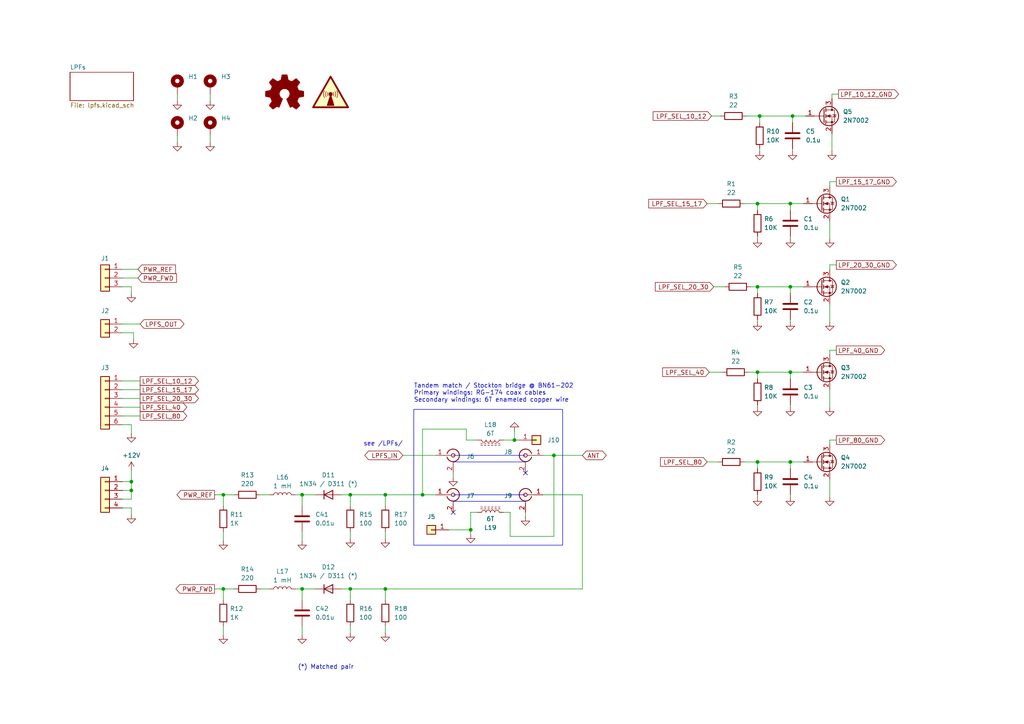
<source format=kicad_sch>
(kicad_sch (version 20230121) (generator eeschema)
  (paper "A4")
  (title_block (title "HBR/MK2 LPF Board") (date "2024-02-03") (rev "1.0"))
  (lib_symbols
    (symbol "Connector:Conn_Coaxial" (pin_names (offset 1.016) hide)
      (property "Reference" "J" (at 0.254 3.048 0))
      (property "Value" "Conn_Coaxial" (at 2.921 0 90))
      (symbol "Conn_Coaxial_0_1"
        (arc (start -1.778 -0.508) (mid 0.2311 -1.8066) (end 1.778 0) (stroke (width 0.254)))
        (polyline (pts (xy -2.54 0) (xy -0.508 0)))
        (polyline (pts (xy 0 -2.54) (xy 0 -1.778)))
        (circle (center 0 0) (radius 0.508) (stroke (width 0.2032)))
        (arc (start 1.778 0) (mid 0.2099 1.8101) (end -1.778 0.508) (stroke (width 0.254)))
      )
      (symbol "Conn_Coaxial_1_1"
        (pin passive line (at -5.08 0 0) (length 2.54) (name "In") (number "1"))
        (pin passive line (at 0 -5.08 90) (length 2.54) (name "Ext") (number "2"))
      )
    )
    (symbol "Connector_Generic:Conn_01x01" (pin_names (offset 1.016) hide)
      (property "Reference" "J" (at 0 2.54 0))
      (property "Value" "Conn_01x01" (at 0 -2.54 0))
      (symbol "Conn_01x01_1_1"
        (rectangle (start -1.27 0.127) (end 0 -0.127) (stroke (width 0.1524)))
        (rectangle (start -1.27 1.27) (end 1.27 -1.27) (stroke (width 0.254)) (fill (type background)))
        (pin passive line (at -5.08 0 0) (length 3.81) (name "Pin_1") (number "1"))
      )
    )
    (symbol "Connector_Generic:Conn_01x02" (pin_names (offset 1.016) hide)
      (property "Reference" "J" (at 0 2.54 0))
      (property "Value" "Conn_01x02" (at 0 -5.08 0))
      (symbol "Conn_01x02_1_1"
        (rectangle (start -1.27 -2.413) (end 0 -2.667) (stroke (width 0.1524)))
        (rectangle (start -1.27 0.127) (end 0 -0.127) (stroke (width 0.1524)))
        (rectangle (start -1.27 1.27) (end 1.27 -3.81) (stroke (width 0.254)) (fill (type background)))
        (pin passive line (at -5.08 0 0) (length 3.81) (name "Pin_1") (number "1"))
        (pin passive line (at -5.08 -2.54 0) (length 3.81) (name "Pin_2") (number "2"))
      )
    )
    (symbol "Connector_Generic:Conn_01x03" (pin_names (offset 1.016) hide)
      (property "Reference" "J" (at 0 5.08 0))
      (property "Value" "Conn_01x03" (at 0 -5.08 0))
      (symbol "Conn_01x03_1_1"
        (rectangle (start -1.27 -2.413) (end 0 -2.667) (stroke (width 0.1524)))
        (rectangle (start -1.27 0.127) (end 0 -0.127) (stroke (width 0.1524)))
        (rectangle (start -1.27 2.667) (end 0 2.413) (stroke (width 0.1524)))
        (rectangle (start -1.27 3.81) (end 1.27 -3.81) (stroke (width 0.254)) (fill (type background)))
        (pin passive line (at -5.08 2.54 0) (length 3.81) (name "Pin_1") (number "1"))
        (pin passive line (at -5.08 0 0) (length 3.81) (name "Pin_2") (number "2"))
        (pin passive line (at -5.08 -2.54 0) (length 3.81) (name "Pin_3") (number "3"))
      )
    )
    (symbol "Connector_Generic:Conn_01x04" (pin_names (offset 1.016) hide)
      (property "Reference" "J" (at 0 5.08 0))
      (property "Value" "Conn_01x04" (at 0 -7.62 0))
      (symbol "Conn_01x04_1_1"
        (rectangle (start -1.27 -4.953) (end 0 -5.207) (stroke (width 0.1524)))
        (rectangle (start -1.27 -2.413) (end 0 -2.667) (stroke (width 0.1524)))
        (rectangle (start -1.27 0.127) (end 0 -0.127) (stroke (width 0.1524)))
        (rectangle (start -1.27 2.667) (end 0 2.413) (stroke (width 0.1524)))
        (rectangle (start -1.27 3.81) (end 1.27 -6.35) (stroke (width 0.254)) (fill (type background)))
        (pin passive line (at -5.08 2.54 0) (length 3.81) (name "Pin_1") (number "1"))
        (pin passive line (at -5.08 0 0) (length 3.81) (name "Pin_2") (number "2"))
        (pin passive line (at -5.08 -2.54 0) (length 3.81) (name "Pin_3") (number "3"))
        (pin passive line (at -5.08 -5.08 0) (length 3.81) (name "Pin_4") (number "4"))
      )
    )
    (symbol "Connector_Generic:Conn_01x06" (pin_names (offset 1.016) hide)
      (property "Reference" "J" (at 0 7.62 0))
      (property "Value" "Conn_01x06" (at 0 -10.16 0))
      (symbol "Conn_01x06_1_1"
        (rectangle (start -1.27 -7.493) (end 0 -7.747) (stroke (width 0.1524)))
        (rectangle (start -1.27 -4.953) (end 0 -5.207) (stroke (width 0.1524)))
        (rectangle (start -1.27 -2.413) (end 0 -2.667) (stroke (width 0.1524)))
        (rectangle (start -1.27 0.127) (end 0 -0.127) (stroke (width 0.1524)))
        (rectangle (start -1.27 2.667) (end 0 2.413) (stroke (width 0.1524)))
        (rectangle (start -1.27 5.207) (end 0 4.953) (stroke (width 0.1524)))
        (rectangle (start -1.27 6.35) (end 1.27 -8.89) (stroke (width 0.254)) (fill (type background)))
        (pin passive line (at -5.08 5.08 0) (length 3.81) (name "Pin_1") (number "1"))
        (pin passive line (at -5.08 2.54 0) (length 3.81) (name "Pin_2") (number "2"))
        (pin passive line (at -5.08 0 0) (length 3.81) (name "Pin_3") (number "3"))
        (pin passive line (at -5.08 -2.54 0) (length 3.81) (name "Pin_4") (number "4"))
        (pin passive line (at -5.08 -5.08 0) (length 3.81) (name "Pin_5") (number "5"))
        (pin passive line (at -5.08 -7.62 0) (length 3.81) (name "Pin_6") (number "6"))
      )
    )
    (symbol "Device:C" (pin_numbers hide) (pin_names (offset 0.254))
      (property "Reference" "C" (at 0.635 2.54 0))
      (property "Value" "C" (at 0.635 -2.54 0))
      (symbol "C_0_1"
        (polyline (pts (xy -2.032 -0.762) (xy 2.032 -0.762)) (stroke (width 0.508)))
        (polyline (pts (xy -2.032 0.762) (xy 2.032 0.762)) (stroke (width 0.508)))
      )
      (symbol "C_1_1"
        (pin passive line (at 0 3.81 270) (length 2.794) (name "~") (number "1"))
        (pin passive line (at 0 -3.81 90) (length 2.794) (name "~") (number "2"))
      )
    )
    (symbol "Device:D" (pin_numbers hide) (pin_names (offset 1.016) hide)
      (property "Reference" "D" (at 0 2.54 0))
      (property "Value" "D" (at 0 -2.54 0))
      (symbol "D_0_1"
        (polyline (pts (xy -1.27 1.27) (xy -1.27 -1.27)) (stroke (width 0.254)))
        (polyline (pts (xy 1.27 0) (xy -1.27 0)))
        (polyline (pts (xy 1.27 1.27) (xy 1.27 -1.27) (xy -1.27 0) (xy 1.27 1.27)) (stroke (width 0.254)))
      )
      (symbol "D_1_1"
        (pin passive line (at -3.81 0 0) (length 2.54) (name "K") (number "1"))
        (pin passive line (at 3.81 0 180) (length 2.54) (name "A") (number "2"))
      )
    )
    (symbol "Device:L" (pin_numbers hide) (pin_names (offset 1.016) hide)
      (property "Reference" "L" (at -1.27 0 90))
      (property "Value" "L" (at 1.905 0 90))
      (symbol "L_0_1"
        (arc (start 0 -2.54) (mid 0.6323 -1.905) (end 0 -1.27))
        (arc (start 0 -1.27) (mid 0.6323 -0.635) (end 0 0))
        (arc (start 0 0) (mid 0.6323 0.635) (end 0 1.27))
        (arc (start 0 1.27) (mid 0.6323 1.905) (end 0 2.54))
      )
      (symbol "L_1_1"
        (pin passive line (at 0 3.81 270) (length 1.27) (name "1") (number "1"))
        (pin passive line (at 0 -3.81 90) (length 1.27) (name "2") (number "2"))
      )
    )
    (symbol "Device:L_Ferrite" (pin_numbers hide) (pin_names (offset 1.016) hide)
      (property "Reference" "L" (at -1.27 0 90))
      (property "Value" "L_Ferrite" (at 2.794 0 90))
      (symbol "L_Ferrite_0_1"
        (arc (start 0 -2.54) (mid 0.6323 -1.905) (end 0 -1.27))
        (arc (start 0 -1.27) (mid 0.6323 -0.635) (end 0 0))
        (polyline (pts (xy 1.016 -2.794) (xy 1.016 -2.286)))
        (polyline (pts (xy 1.016 -1.778) (xy 1.016 -1.27)))
        (polyline (pts (xy 1.016 -0.762) (xy 1.016 -0.254)))
        (polyline (pts (xy 1.016 0.254) (xy 1.016 0.762)))
        (polyline (pts (xy 1.016 1.27) (xy 1.016 1.778)))
        (polyline (pts (xy 1.016 2.286) (xy 1.016 2.794)))
        (polyline (pts (xy 1.524 -2.286) (xy 1.524 -2.794)))
        (polyline (pts (xy 1.524 -1.27) (xy 1.524 -1.778)))
        (polyline (pts (xy 1.524 -0.254) (xy 1.524 -0.762)))
        (polyline (pts (xy 1.524 0.762) (xy 1.524 0.254)))
        (polyline (pts (xy 1.524 1.778) (xy 1.524 1.27)))
        (polyline (pts (xy 1.524 2.794) (xy 1.524 2.286)))
        (arc (start 0 0) (mid 0.6323 0.635) (end 0 1.27))
        (arc (start 0 1.27) (mid 0.6323 1.905) (end 0 2.54))
      )
      (symbol "L_Ferrite_1_1"
        (pin passive line (at 0 3.81 270) (length 1.27) (name "1") (number "1"))
        (pin passive line (at 0 -3.81 90) (length 1.27) (name "2") (number "2"))
      )
    )
    (symbol "Device:R" (pin_numbers hide) (pin_names (offset 0))
      (property "Reference" "R" (at 2.032 0 90))
      (property "Value" "R" (at 0 0 90))
      (symbol "R_0_1"
        (rectangle (start -1.016 -2.54) (end 1.016 2.54) (stroke (width 0.254)))
      )
      (symbol "R_1_1"
        (pin passive line (at 0 3.81 270) (length 1.27) (name "~") (number "1"))
        (pin passive line (at 0 -3.81 90) (length 1.27) (name "~") (number "2"))
      )
    )
    (symbol "Graphic:Logo_Open_Hardware_Small" (in_bom no) (on_board no)
      (symbol "Logo_Open_Hardware_Small_0_1"
        (polyline (pts (xy 3.3528 -4.3434) (xy 3.302 -4.318) (xy 3.175 -4.2418) (xy 2.9972 -4.1148) (xy 2.7686 -3.9624) (xy 2.54 -3.81) (xy 2.3622 -3.7084) (xy 2.2352 -3.6068) (xy 2.1844 -3.5814) (xy 2.159 -3.6068) (xy 2.0574 -3.6576) (xy 1.905 -3.7338) (xy 1.8034 -3.7846) (xy 1.6764 -3.8354) (xy 1.6002 -3.8354) (xy 1.6002 -3.8354) (xy 1.5494 -3.7338) (xy 1.4732 -3.5306) (xy 1.3462 -3.302) (xy 1.2446 -3.0226) (xy 1.1176 -2.7178) (xy 0.9652 -2.413) (xy 0.8636 -2.1082) (xy 0.7366 -1.8288) (xy 0.6604 -1.6256) (xy 0.6096 -1.4732) (xy 0.5842 -1.397) (xy 0.5842 -1.397) (xy 0.6604 -1.3208) (xy 0.7874 -1.2446) (xy 1.0414 -1.016) (xy 1.2954 -0.6858) (xy 1.4478 -0.3302) (xy 1.524 0.0762) (xy 1.4732 0.4572) (xy 1.3208 0.8128) (xy 1.0668 1.143) (xy 0.762 1.3716) (xy 0.4064 1.524) (xy 0 1.5748) (xy -0.381 1.5494) (xy -0.7366 1.397) (xy -1.0668 1.143) (xy -1.2192 0.9906) (xy -1.397 0.6604) (xy -1.524 0.3048) (xy -1.524 0.2286) (xy -1.4986 -0.1778) (xy -1.397 -0.5334) (xy -1.1938 -0.8636) (xy -0.9144 -1.143) (xy -0.8636 -1.1684) (xy -0.7366 -1.27) (xy -0.635 -1.3462) (xy -0.5842 -1.397) (xy -1.0668 -2.5908) (xy -1.143 -2.794) (xy -1.2954 -3.1242) (xy -1.397 -3.4036) (xy -1.4986 -3.6322) (xy -1.5748 -3.7846) (xy -1.6002 -3.8354) (xy -1.6002 -3.8354) (xy -1.651 -3.8354) (xy -1.7272 -3.81) (xy -1.905 -3.7338) (xy -2.0066 -3.683) (xy -2.1336 -3.6068) (xy -2.2098 -3.5814) (xy -2.2606 -3.6068) (xy -2.3622 -3.683) (xy -2.54 -3.81) (xy -2.7686 -3.9624) (xy -2.9718 -4.0894) (xy -3.1496 -4.2164) (xy -3.302 -4.318) (xy -3.3528 -4.3434) (xy -3.3782 -4.3434) (xy -3.429 -4.318) (xy -3.5306 -4.2164) (xy -3.7084 -4.064) (xy -3.937 -3.8354) (xy -3.9624 -3.81) (xy -4.1656 -3.6068) (xy -4.318 -3.4544) (xy -4.4196 -3.3274) (xy -4.445 -3.2766) (xy -4.445 -3.2766) (xy -4.4196 -3.2258) (xy -4.318 -3.0734) (xy -4.2164 -2.8956) (xy -4.064 -2.667) (xy -3.6576 -2.0828) (xy -3.8862 -1.5494) (xy -3.937 -1.3716) (xy -4.0386 -1.1684) (xy -4.0894 -1.0414) (xy -4.1148 -0.9652) (xy -4.191 -0.9398) (xy -4.318 -0.9144) (xy -4.5466 -0.8636) (xy -4.8006 -0.8128) (xy -5.0546 -0.7874) (xy -5.2578 -0.7366) (xy -5.4356 -0.7112) (xy -5.5118 -0.6858) (xy -5.5118 -0.6858) (xy -5.5372 -0.635) (xy -5.5372 -0.5588) (xy -5.5372 -0.4318) (xy -5.5626 -0.2286) (xy -5.5626 0.0762) (xy -5.5626 0.127) (xy -5.5372 0.4064) (xy -5.5372 0.635) (xy -5.5372 0.762) (xy -5.5372 0.8382) (xy -5.5372 0.8382) (xy -5.461 0.8382) (xy -5.3086 0.889) (xy -5.08 0.9144) (xy -4.826 0.9652) (xy -4.8006 0.9906) (xy -4.5466 1.0414) (xy -4.318 1.0668) (xy -4.1656 1.1176) (xy -4.0894 1.143) (xy -4.0894 1.143) (xy -4.0386 1.2446) (xy -3.9624 1.4224) (xy -3.8608 1.6256) (xy -3.7846 1.8288) (xy -3.7084 2.0066) (xy -3.6576 2.159) (xy -3.6322 2.2098) (xy -3.6322 2.2098) (xy -3.683 2.286) (xy -3.7592 2.413) (xy -3.8862 2.5908) (xy -4.064 2.8194) (xy -4.064 2.8448) (xy -4.2164 3.0734) (xy -4.3434 3.2512) (xy -4.4196 3.3782) (xy -4.445 3.4544) (xy -4.445 3.4544) (xy -4.3942 3.5052) (xy -4.2926 3.6322) (xy -4.1148 3.81) (xy -3.937 4.0132) (xy -3.8608 4.064) (xy -3.6576 4.2926) (xy -3.5052 4.4196) (xy -3.4036 4.4958) (xy -3.3528 4.5212) (xy -3.3528 4.5212) (xy -3.302 4.4704) (xy -3.1496 4.3688) (xy -2.9718 4.2418) (xy -2.7432 4.0894) (xy -2.7178 4.0894) (xy -2.4892 3.937) (xy -2.3114 3.81) (xy -2.1844 3.7084) (xy -2.1336 3.683) (xy -2.1082 3.683) (xy -2.032 3.7084) (xy -1.8542 3.7592) (xy -1.6764 3.8354) (xy -1.4732 3.937) (xy -1.27 4.0132) (xy -1.143 4.064) (xy -1.0668 4.1148) (xy -1.0668 4.1148) (xy -1.0414 4.191) (xy -1.016 4.3434) (xy -0.9652 4.572) (xy -0.9144 4.8514) (xy -0.889 4.9022) (xy -0.8382 5.1562) (xy -0.8128 5.3848) (xy -0.7874 5.5372) (xy -0.762 5.588) (xy -0.7112 5.6134) (xy -0.5842 5.6134) (xy -0.4064 5.6134) (xy -0.1524 5.6134) (xy 0.0762 5.6134) (xy 0.3302 5.6134) (xy 0.5334 5.6134) (xy 0.6858 5.588) (xy 0.7366 5.588) (xy 0.7366 5.588) (xy 0.762 5.5118) (xy 0.8128 5.334) (xy 0.8382 5.1054) (xy 0.9144 4.826) (xy 0.9144 4.7752) (xy 0.9652 4.5212) (xy 1.016 4.2926) (xy 1.0414 4.1402) (xy 1.0668 4.0894) (xy 1.0668 4.0894) (xy 1.1938 4.0386) (xy 1.3716 3.9624) (xy 1.5748 3.8608) (xy 2.0828 3.6576) (xy 2.7178 4.0894) (xy 2.7686 4.1402) (xy 2.9972 4.2926) (xy 3.175 4.4196) (xy 3.302 4.4958) (xy 3.3782 4.5212) (xy 3.3782 4.5212) (xy 3.429 4.4704) (xy 3.556 4.3434) (xy 3.7338 4.191) (xy 3.9116 3.9878) (xy 4.064 3.8354) (xy 4.2418 3.6576) (xy 4.3434 3.556) (xy 4.4196 3.4798) (xy 4.4196 3.429) (xy 4.4196 3.4036) (xy 4.3942 3.3274) (xy 4.2926 3.2004) (xy 4.1656 2.9972) (xy 4.0132 2.794) (xy 3.8862 2.5908) (xy 3.7592 2.3876) (xy 3.6576 2.2352) (xy 3.6322 2.159) (xy 3.6322 2.1336) (xy 3.683 2.0066) (xy 3.7592 1.8288) (xy 3.8608 1.6002) (xy 4.064 1.1176) (xy 4.3942 1.0414) (xy 4.5974 1.016) (xy 4.8768 0.9652) (xy 5.1308 0.9144) (xy 5.5372 0.8382) (xy 5.5626 -0.6604) (xy 5.4864 -0.6858) (xy 5.4356 -0.6858) (xy 5.2832 -0.7366) (xy 5.0546 -0.762) (xy 4.8006 -0.8128) (xy 4.5974 -0.8636) (xy 4.3688 -0.9144) (xy 4.2164 -0.9398) (xy 4.1402 -0.9398) (xy 4.1148 -0.9652) (xy 4.064 -1.0668) (xy 3.9878 -1.2446) (xy 3.9116 -1.4478) (xy 3.81 -1.651) (xy 3.7338 -1.8542) (xy 3.683 -2.0066) (xy 3.6576 -2.0828) (xy 3.683 -2.1336) (xy 3.7846 -2.2606) (xy 3.8862 -2.4638) (xy 4.0386 -2.667) (xy 4.191 -2.8956) (xy 4.318 -3.0734) (xy 4.3942 -3.2004) (xy 4.445 -3.2766) (xy 4.4196 -3.3274) (xy 4.3434 -3.429) (xy 4.1656 -3.5814) (xy 3.937 -3.8354) (xy 3.8862 -3.8608) (xy 3.683 -4.064) (xy 3.5306 -4.2164) (xy 3.4036 -4.318) (xy 3.3528 -4.3434)) (fill (type outline)))
      )
    )
    (symbol "Graphic:SYM_Radio_Waves_Large" (in_bom no) (on_board no)
      (symbol "SYM_Radio_Waves_Large_0_1"
        (arc (start -1.778 -0.254) (mid -2.0478 -1.27) (end -1.778 -2.286))
        (arc (start -1.27 -0.508) (mid -1.4811 -1.27) (end -1.27 -2.032))
        (arc (start -0.762 -0.762) (mid -0.9158 -1.27) (end -0.762 -1.778))
        (circle (center 0 -1.27) (radius 0.508) (fill (type outline)))
        (polyline (pts (xy -5.08 -5.08) (xy 5.08 -5.08) (xy 0 3.81) (xy -5.08 -5.08)) (stroke (width 0.508)) (fill (type background)))
        (polyline (pts (xy -1.016 -4.572) (xy 1.016 -4.572) (xy 0 -1.27) (xy -1.016 -4.572)) (fill (type outline)))
        (arc (start 0.762 -1.778) (mid 0.9158 -1.27) (end 0.762 -0.762))
        (arc (start 1.27 -2.032) (mid 1.4811 -1.27) (end 1.27 -0.508))
        (arc (start 1.778 -2.286) (mid 2.0478 -1.27) (end 1.778 -0.254))
      )
    )
    (symbol "Mechanical:MountingHole_Pad" (pin_numbers hide) (pin_names (offset 1.016) hide)
      (property "Reference" "H" (at 0 6.35 0))
      (property "Value" "MountingHole_Pad" (at 0 4.445 0))
      (symbol "MountingHole_Pad_0_1"
        (circle (center 0 1.27) (radius 1.27) (stroke (width 1.27)))
      )
      (symbol "MountingHole_Pad_1_1"
        (pin input line (at 0 -2.54 90) (length 2.54) (name "1") (number "1"))
      )
    )
    (symbol "Transistor_FET:2N7002" (pin_names hide)
      (property "Reference" "Q" (at 5.08 1.905 0))
      (property "Value" "2N7002" (at 5.08 0 0))
      (symbol "2N7002_0_1"
        (polyline (pts (xy 0.254 0) (xy -2.54 0)))
        (polyline (pts (xy 0.254 1.905) (xy 0.254 -1.905)) (stroke (width 0.254)))
        (polyline (pts (xy 0.762 -1.27) (xy 0.762 -2.286)) (stroke (width 0.254)))
        (polyline (pts (xy 0.762 0.508) (xy 0.762 -0.508)) (stroke (width 0.254)))
        (polyline (pts (xy 0.762 2.286) (xy 0.762 1.27)) (stroke (width 0.254)))
        (polyline (pts (xy 2.54 2.54) (xy 2.54 1.778)))
        (polyline (pts (xy 2.54 -2.54) (xy 2.54 0) (xy 0.762 0)))
        (polyline (pts (xy 0.762 -1.778) (xy 3.302 -1.778) (xy 3.302 1.778) (xy 0.762 1.778)))
        (polyline (pts (xy 1.016 0) (xy 2.032 0.381) (xy 2.032 -0.381) (xy 1.016 0)) (fill (type outline)))
        (polyline (pts (xy 2.794 0.508) (xy 2.921 0.381) (xy 3.683 0.381) (xy 3.81 0.254)))
        (polyline (pts (xy 3.302 0.381) (xy 2.921 -0.254) (xy 3.683 -0.254) (xy 3.302 0.381)))
        (circle (center 1.651 0) (radius 2.794) (stroke (width 0.254)))
        (circle (center 2.54 -1.778) (radius 0.254) (fill (type outline)))
        (circle (center 2.54 1.778) (radius 0.254) (fill (type outline)))
      )
      (symbol "2N7002_1_1"
        (pin input line (at -5.08 0 0) (length 2.54) (name "G") (number "1"))
        (pin passive line (at 2.54 -5.08 90) (length 2.54) (name "S") (number "2"))
        (pin passive line (at 2.54 5.08 270) (length 2.54) (name "D") (number "3"))
      )
    )
    (symbol "power:+12V" (power) (pin_names (offset 0))
      (property "Value" "+12V" (at 0 3.556 0))
      (symbol "+12V_0_1"
        (polyline (pts (xy -0.762 1.27) (xy 0 2.54)))
        (polyline (pts (xy 0 0) (xy 0 2.54)))
        (polyline (pts (xy 0 2.54) (xy 0.762 1.27)))
      )
      (symbol "+12V_1_1"
        (pin power_in line (at 0 0 90) (length 0) hide (name "+12V") (number "1"))
      )
    )
    (symbol "power:GND" (power) (pin_names (offset 0))
      (property "Value" "GND" (at 0 -3.81 0))
      (symbol "GND_0_1"
        (polyline (pts (xy 0 0) (xy 0 -1.27) (xy 1.27 -1.27) (xy 0 -2.54) (xy -1.27 -1.27) (xy 0 -1.27)))
      )
      (symbol "GND_1_1"
        (pin power_in line (at 0 0 270) (length 0) hide (name "GND") (number "1"))
      )
    )
  )
  (junction (at 111.76 170.815))
  (junction (at 229.235 83.185))
  (junction (at 38.1 139.7))
  (junction (at 219.71 59.055))
  (junction (at 229.235 133.985))
  (junction (at 229.235 107.95))
  (junction (at 87.63 170.815))
  (junction (at 38.1 142.24))
  (junction (at 219.71 83.185))
  (junction (at 87.63 143.51))
  (junction (at 229.235 59.055))
  (junction (at 101.6 170.815))
  (junction (at 160.655 132.08))
  (junction (at 122.555 143.51))
  (junction (at 219.71 107.95))
  (junction (at 64.77 143.51))
  (junction (at 101.6 143.51))
  (junction (at 64.77 170.815))
  (junction (at 149.225 127.635))
  (junction (at 229.87 33.655))
  (junction (at 219.71 133.985))
  (junction (at 111.76 143.51))
  (junction (at 136.525 153.67))
  (junction (at 220.345 33.655))
  (no_connect (at 131.445 148.59))
  (no_connect (at 152.4 137.16))
  (wire (pts (xy 146.05 127.635) (xy 149.225 127.635)))
  (wire (pts (xy 136.525 148.59) (xy 138.43 148.59)))
  (wire (pts (xy 229.235 143.51) (xy 229.235 144.145)))
  (wire (pts (xy 160.655 132.08) (xy 157.48 132.08)))
  (wire (pts (xy 240.665 113.03) (xy 240.665 118.11)))
  (wire (pts (xy 205.74 107.95) (xy 209.55 107.95)))
  (wire (pts (xy 35.56 80.645) (xy 40.005 80.645)))
  (wire (pts (xy 101.6 181.61) (xy 101.6 183.515)))
  (wire (pts (xy 217.17 107.95) (xy 219.71 107.95)))
  (wire (pts (xy 99.06 170.815) (xy 101.6 170.815)))
  (wire (pts (xy 229.235 59.055) (xy 229.235 60.96)))
  (wire (pts (xy 38.1 139.7) (xy 38.1 142.24)))
  (wire (pts (xy 111.76 143.51) (xy 122.555 143.51)))
  (wire (pts (xy 87.63 154.305) (xy 87.63 156.845)))
  (wire (pts (xy 229.87 33.655) (xy 233.68 33.655)))
  (wire (pts (xy 157.48 143.51) (xy 168.91 143.51)))
  (wire (pts (xy 240.665 128.905) (xy 240.665 127.635)))
  (wire (pts (xy 60.96 39.37) (xy 60.96 41.275)))
  (wire (pts (xy 64.77 170.815) (xy 67.945 170.815)))
  (wire (pts (xy 219.71 83.185) (xy 219.71 85.09)))
  (wire (pts (xy 64.77 146.685) (xy 64.77 143.51)))
  (wire (pts (xy 219.71 83.185) (xy 229.235 83.185)))
  (wire (pts (xy 219.71 107.95) (xy 219.71 109.855)))
  (wire (pts (xy 229.235 83.185) (xy 229.235 85.09)))
  (wire (pts (xy 229.235 59.055) (xy 233.045 59.055)))
  (wire (pts (xy 35.56 78.105) (xy 40.005 78.105)))
  (wire (pts (xy 229.87 43.18) (xy 229.87 43.815)))
  (wire (pts (xy 122.555 143.51) (xy 126.365 143.51)))
  (wire (pts (xy 38.1 142.24) (xy 38.1 144.78)))
  (wire (pts (xy 64.77 154.305) (xy 64.77 156.845)))
  (wire (pts (xy 229.87 33.655) (xy 229.87 35.56)))
  (wire (pts (xy 38.1 144.78) (xy 35.56 144.78)))
  (wire (pts (xy 220.345 33.655) (xy 220.345 35.56)))
  (wire (pts (xy 146.05 148.59) (xy 147.955 148.59)))
  (wire (pts (xy 64.77 173.99) (xy 64.77 170.815)))
  (wire (pts (xy 149.225 127.635) (xy 150.495 127.635)))
  (wire (pts (xy 87.63 173.99) (xy 87.63 170.815)))
  (wire (pts (xy 219.71 117.475) (xy 219.71 118.11)))
  (wire (pts (xy 111.76 181.61) (xy 111.76 183.515)))
  (wire (pts (xy 160.655 155.575) (xy 160.655 132.08)))
  (wire (pts (xy 35.56 139.7) (xy 38.1 139.7)))
  (wire (pts (xy 241.3 28.575) (xy 241.3 27.305)))
  (wire (pts (xy 99.06 143.51) (xy 101.6 143.51)))
  (wire (pts (xy 101.6 154.305) (xy 101.6 156.21)))
  (wire (pts (xy 75.565 170.815) (xy 78.105 170.815)))
  (wire (pts (xy 111.76 170.815) (xy 111.76 173.99)))
  (wire (pts (xy 87.63 170.815) (xy 91.44 170.815)))
  (wire (pts (xy 219.71 59.055) (xy 219.71 60.96)))
  (wire (pts (xy 205.105 133.985) (xy 208.28 133.985)))
  (wire (pts (xy 135.255 124.46) (xy 122.555 124.46)))
  (wire (pts (xy 229.235 107.95) (xy 229.235 109.855)))
  (wire (pts (xy 85.725 170.815) (xy 87.63 170.815)))
  (wire (pts (xy 138.43 127.635) (xy 135.255 127.635)))
  (wire (pts (xy 240.665 101.6) (xy 242.57 101.6)))
  (wire (pts (xy 217.805 83.185) (xy 219.71 83.185)))
  (wire (pts (xy 229.235 133.985) (xy 229.235 135.89)))
  (wire (pts (xy 35.56 113.03) (xy 40.64 113.03)))
  (polyline (pts (xy 131.445 133.985) (xy 152.4 133.985)))
  (wire (pts (xy 38.1 85.09) (xy 38.1 83.185)))
  (wire (pts (xy 64.77 181.61) (xy 64.77 184.15)))
  (wire (pts (xy 87.63 143.51) (xy 91.44 143.51)))
  (wire (pts (xy 51.435 39.37) (xy 51.435 41.275)))
  (wire (pts (xy 240.665 53.975) (xy 240.665 52.705)))
  (wire (pts (xy 241.3 38.735) (xy 241.3 43.815)))
  (wire (pts (xy 38.1 149.225) (xy 38.1 147.32)))
  (wire (pts (xy 51.435 27.305) (xy 51.435 29.21)))
  (wire (pts (xy 229.235 68.58) (xy 229.235 69.215)))
  (wire (pts (xy 240.665 88.265) (xy 240.665 93.345)))
  (wire (pts (xy 85.725 143.51) (xy 87.63 143.51)))
  (wire (pts (xy 101.6 146.685) (xy 101.6 143.51)))
  (wire (pts (xy 136.525 154.94) (xy 136.525 153.67)))
  (wire (pts (xy 87.63 146.685) (xy 87.63 143.51)))
  (wire (pts (xy 160.655 132.08) (xy 168.91 132.08)))
  (wire (pts (xy 38.735 98.425) (xy 38.735 96.52)))
  (wire (pts (xy 219.71 92.71) (xy 219.71 93.345)))
  (wire (pts (xy 87.63 181.61) (xy 87.63 184.15)))
  (wire (pts (xy 38.1 123.19) (xy 35.56 123.19)))
  (wire (pts (xy 168.91 143.51) (xy 168.91 170.815)))
  (wire (pts (xy 147.955 148.59) (xy 147.955 155.575)))
  (wire (pts (xy 240.665 76.835) (xy 242.57 76.835)))
  (wire (pts (xy 229.235 92.71) (xy 229.235 93.345)))
  (wire (pts (xy 240.665 139.065) (xy 240.665 144.145)))
  (wire (pts (xy 219.71 143.51) (xy 219.71 144.145)))
  (wire (pts (xy 240.665 52.705) (xy 242.57 52.705)))
  (wire (pts (xy 35.56 118.11) (xy 40.64 118.11)))
  (wire (pts (xy 241.3 27.305) (xy 243.205 27.305)))
  (wire (pts (xy 35.56 115.57) (xy 40.64 115.57)))
  (wire (pts (xy 220.345 43.18) (xy 220.345 43.815)))
  (wire (pts (xy 215.9 59.055) (xy 219.71 59.055)))
  (wire (pts (xy 101.6 143.51) (xy 111.76 143.51)))
  (wire (pts (xy 130.175 153.67) (xy 136.525 153.67)))
  (wire (pts (xy 220.345 33.655) (xy 229.87 33.655)))
  (wire (pts (xy 136.525 153.67) (xy 136.525 148.59)))
  (wire (pts (xy 62.23 143.51) (xy 64.77 143.51)))
  (wire (pts (xy 60.96 27.305) (xy 60.96 29.21)))
  (wire (pts (xy 131.445 137.16) (xy 131.445 138.43)))
  (wire (pts (xy 229.235 83.185) (xy 233.045 83.185)))
  (wire (pts (xy 135.255 127.635) (xy 135.255 124.46)))
  (wire (pts (xy 35.56 93.98) (xy 40.64 93.98)))
  (wire (pts (xy 219.71 133.985) (xy 219.71 135.89)))
  (wire (pts (xy 111.76 170.815) (xy 168.91 170.815)))
  (wire (pts (xy 38.1 83.185) (xy 35.56 83.185)))
  (wire (pts (xy 75.565 143.51) (xy 78.105 143.51)))
  (wire (pts (xy 219.71 107.95) (xy 229.235 107.95)))
  (polyline (pts (xy 131.445 132.08) (xy 152.4 132.08)))
  (wire (pts (xy 101.6 173.99) (xy 101.6 170.815)))
  (wire (pts (xy 38.735 96.52) (xy 35.56 96.52)))
  (wire (pts (xy 240.665 127.635) (xy 242.57 127.635)))
  (wire (pts (xy 38.1 136.525) (xy 38.1 139.7)))
  (wire (pts (xy 116.84 132.08) (xy 126.365 132.08)))
  (wire (pts (xy 215.9 133.985) (xy 219.71 133.985)))
  (wire (pts (xy 205.105 59.055) (xy 208.28 59.055)))
  (wire (pts (xy 35.56 142.24) (xy 38.1 142.24)))
  (wire (pts (xy 206.375 33.655) (xy 208.915 33.655)))
  (wire (pts (xy 216.535 33.655) (xy 220.345 33.655)))
  (polyline (pts (xy 131.445 143.51) (xy 152.4 143.51)))
  (wire (pts (xy 35.56 110.49) (xy 40.64 110.49)))
  (wire (pts (xy 62.23 170.815) (xy 64.77 170.815)))
  (wire (pts (xy 152.4 148.59) (xy 152.4 149.86)))
  (wire (pts (xy 207.01 83.185) (xy 210.185 83.185)))
  (wire (pts (xy 229.235 117.475) (xy 229.235 118.11)))
  (wire (pts (xy 229.235 107.95) (xy 233.045 107.95)))
  (wire (pts (xy 219.71 68.58) (xy 219.71 69.215)))
  (wire (pts (xy 240.665 102.87) (xy 240.665 101.6)))
  (wire (pts (xy 111.76 154.305) (xy 111.76 156.21)))
  (wire (pts (xy 219.71 133.985) (xy 229.235 133.985)))
  (wire (pts (xy 149.225 125.095) (xy 149.225 127.635)))
  (wire (pts (xy 219.71 59.055) (xy 229.235 59.055)))
  (polyline (pts (xy 131.445 145.415) (xy 152.4 145.415)))
  (wire (pts (xy 111.76 143.51) (xy 111.76 146.685)))
  (wire (pts (xy 35.56 120.65) (xy 40.64 120.65)))
  (wire (pts (xy 147.955 155.575) (xy 160.655 155.575)))
  (wire (pts (xy 240.665 64.135) (xy 240.665 69.215)))
  (wire (pts (xy 38.1 147.32) (xy 35.56 147.32)))
  (wire (pts (xy 38.1 125.73) (xy 38.1 123.19)))
  (wire (pts (xy 229.235 133.985) (xy 233.045 133.985)))
  (wire (pts (xy 101.6 170.815) (xy 111.76 170.815)))
  (wire (pts (xy 64.77 143.51) (xy 67.945 143.51)))
  (wire (pts (xy 122.555 124.46) (xy 122.555 143.51)))
  (wire (pts (xy 240.665 78.105) (xy 240.665 76.835)))
  (rectangle (start 120.015 118.745) (end 163.195 158.115))
  (text "see /LPFs/" (at 105.41 129.54 0) (effects (font (size 1.27 1.27)) (justify left bottom)))
  (text "Tandem match / Stockton bridge @ BN61-202\nPrimary windings: RG-174 coax cables\nSecondary windings: 6T enameled copper wire" (at 120.015 116.84 0) (effects (font (size 1.27 1.27)) (justify left bottom)))
  (text "(*) Matched pair" (at 86.36 194.31 0) (effects (font (size 1.27 1.27)) (justify left bottom)))
  (global_label "LPF_80_GND" (shape output) (at 242.57 127.635 0) (property "Intersheetrefs" "${INTERSHEET_REFS}" (effects hide)))
  (global_label "LPF_SEL_80" (shape output) (at 40.64 120.65 0) (property "Intersheetrefs" "${INTERSHEET_REFS}" (effects hide)))
  (global_label "LPF_40_GND" (shape output) (at 242.57 101.6 0) (property "Intersheetrefs" "${INTERSHEET_REFS}" (effects hide)))
  (global_label "LPF_SEL_40" (shape input) (at 205.74 107.95 180) (property "Intersheetrefs" "${INTERSHEET_REFS}" (effects hide)))
  (global_label "LPF_20_30_GND" (shape output) (at 242.57 76.835 0) (property "Intersheetrefs" "${INTERSHEET_REFS}" (effects hide)))
  (global_label "LPFS_OUT" (shape bidirectional) (at 40.64 93.98 0) (property "Intersheetrefs" "${INTERSHEET_REFS}" (effects hide)))
  (global_label "PWR_FWD" (shape input) (at 40.005 80.645 0) (property "Intersheetrefs" "${INTERSHEET_REFS}" (effects hide)))
  (global_label "PWR_REF" (shape output) (at 62.23 143.51 180) (property "Intersheetrefs" "${INTERSHEET_REFS}" (effects hide)))
  (global_label "LPF_SEL_10_12" (shape input) (at 206.375 33.655 180) (property "Intersheetrefs" "${INTERSHEET_REFS}" (effects hide)))
  (global_label "LPF_SEL_15_17" (shape input) (at 205.105 59.055 180) (property "Intersheetrefs" "${INTERSHEET_REFS}" (effects hide)))
  (global_label "LPF_SEL_40" (shape output) (at 40.64 118.11 0) (property "Intersheetrefs" "${INTERSHEET_REFS}" (effects hide)))
  (global_label "LPF_15_17_GND" (shape output) (at 242.57 52.705 0) (property "Intersheetrefs" "${INTERSHEET_REFS}" (effects hide)))
  (global_label "LPF_SEL_80" (shape input) (at 205.105 133.985 180) (property "Intersheetrefs" "${INTERSHEET_REFS}" (effects hide)))
  (global_label "PWR_REF" (shape input) (at 40.005 78.105 0) (property "Intersheetrefs" "${INTERSHEET_REFS}" (effects hide)))
  (global_label "LPFS_IN" (shape bidirectional) (at 116.84 132.08 180) (property "Intersheetrefs" "${INTERSHEET_REFS}" (effects hide)))
  (global_label "LPF_SEL_20_30" (shape input) (at 207.01 83.185 180) (property "Intersheetrefs" "${INTERSHEET_REFS}" (effects hide)))
  (global_label "LPF_10_12_GND" (shape output) (at 243.205 27.305 0) (property "Intersheetrefs" "${INTERSHEET_REFS}" (effects hide)))
  (global_label "LPF_SEL_10_12" (shape output) (at 40.64 110.49 0) (property "Intersheetrefs" "${INTERSHEET_REFS}" (effects hide)))
  (global_label "ANT" (shape bidirectional) (at 168.91 132.08 0) (property "Intersheetrefs" "${INTERSHEET_REFS}" (effects hide)))
  (global_label "PWR_FWD" (shape output) (at 62.23 170.815 180) (property "Intersheetrefs" "${INTERSHEET_REFS}" (effects hide)))
  (global_label "LPF_SEL_15_17" (shape output) (at 40.64 113.03 0) (property "Intersheetrefs" "${INTERSHEET_REFS}" (effects hide)))
  (global_label "LPF_SEL_20_30" (shape output) (at 40.64 115.57 0) (property "Intersheetrefs" "${INTERSHEET_REFS}" (effects hide)))
  (symbol (lib_id "power:GND") (at 87.63 156.845 0) (unit 1)
    (property "Reference" "#PWR057" (effects hide))
    (property "Value" "GND" (effects hide))
  )
  (symbol (lib_id "Device:R") (at 219.71 88.9 0) (unit 1)
    (property "Reference" "R7" (at 221.615 87.63 0) (effects (justify left)))
    (property "Value" "10K" (at 221.615 90.17 0) (effects (justify left)))
    (property "Footprint" "Resistor_SMD:R_0805_2012Metric_Pad1.20x1.40mm_HandSolder" (effects hide))
  )
  (symbol (lib_id "Device:C") (at 87.63 177.8 0) (unit 1)
    (property "Reference" "C42" (at 91.44 176.53 0) (effects (justify left)))
    (property "Value" "0.01u" (at 91.44 179.07 0) (effects (justify left)))
    (property "Footprint" "Capacitor_SMD:C_0805_2012Metric_Pad1.18x1.45mm_HandSolder" (effects hide))
  )
  (symbol (lib_id "Transistor_FET:2N7002") (at 238.125 83.185 0) (unit 1)
    (property "Reference" "Q2" (at 243.84 81.915 0) (effects (justify left)))
    (property "Value" "2N7002" (at 243.84 84.455 0) (effects (justify left)))
    (property "Footprint" "Package_TO_SOT_SMD:SOT-23" (effects hide))
    (property "Datasheet" "https://www.onsemi.com/pub/Collateral/NDS7002A-D.PDF" (effects hide))
  )
  (symbol (lib_id "power:GND") (at 241.3 43.815 0) (unit 1)
    (property "Reference" "#PWR025" (effects hide))
    (property "Value" "GND" (effects hide))
  )
  (symbol (lib_id "Device:R") (at 212.09 133.985 90) (unit 1)
    (property "Reference" "R2" (at 212.09 128.27 90))
    (property "Value" "22" (at 212.09 130.81 90))
    (property "Footprint" "Resistor_SMD:R_0805_2012Metric_Pad1.20x1.40mm_HandSolder" (effects hide))
  )
  (symbol (lib_id "Device:R") (at 219.71 64.77 0) (unit 1)
    (property "Reference" "R6" (at 221.615 63.5 0) (effects (justify left)))
    (property "Value" "10K" (at 221.615 66.04 0) (effects (justify left)))
    (property "Footprint" "Resistor_SMD:R_0805_2012Metric_Pad1.20x1.40mm_HandSolder" (effects hide))
  )
  (symbol (lib_id "power:GND") (at 219.71 118.11 0) (unit 1)
    (property "Reference" "#PWR013" (effects hide))
    (property "Value" "GND" (effects hide))
  )
  (symbol (lib_id "power:GND") (at 136.525 154.94 0) (unit 1)
    (property "Reference" "#PWR064" (effects hide))
    (property "Value" "GND" (effects hide))
  )
  (symbol (lib_id "power:GND") (at 51.435 29.21 0) (unit 1)
    (property "Reference" "#PWR06" (effects hide))
    (property "Value" "GND" (effects hide))
  )
  (symbol (lib_id "power:GND") (at 60.96 41.275 0) (unit 1)
    (property "Reference" "#PWR09" (effects hide))
    (property "Value" "GND" (effects hide))
  )
  (symbol (lib_id "power:GND") (at 240.665 93.345 0) (unit 1)
    (property "Reference" "#PWR022" (effects hide))
    (property "Value" "GND" (effects hide))
  )
  (symbol (lib_id "Device:D") (at 95.25 170.815 0) (unit 1)
    (property "Reference" "D12" (at 95.25 164.465 0))
    (property "Value" "1N34 / D311 (*)" (at 95.25 167.005 0))
    (property "Footprint" "Diode_THT:D_DO-34_SOD68_P2.54mm_Vertical_AnodeUp" (effects hide))
    (property "Sim.Device" "D" (effects hide))
    (property "Sim.Pins" "1=K 2=A" (effects hide))
  )
  (symbol (lib_id "Connector_Generic:Conn_01x01") (at 155.575 127.635 0) (unit 1) (in_bom no)
    (property "Reference" "J10" (at 158.75 127.635 0) (effects (justify left)))
    (property "Value" "Conn_01x01" (effects hide))
    (property "Footprint" "Connector_PinSocket_2.54mm:PinSocket_1x01_P2.54mm_Vertical" (effects hide))
  )
  (symbol (lib_id "power:+12V") (at 38.1 136.525 0) (mirror y) (unit 1)
    (property "Reference" "#PWR03" (effects hide))
    (property "Value" "+12V" (at 38.1 132.08 0))
  )
  (symbol (lib_id "Device:R") (at 111.76 177.8 0) (unit 1)
    (property "Reference" "R18" (at 114.3 176.53 0) (effects (justify left)))
    (property "Value" "100" (at 114.3 179.07 0) (effects (justify left)))
    (property "Footprint" "Resistor_SMD:R_0805_2012Metric_Pad1.20x1.40mm_HandSolder" (effects hide))
  )
  (symbol (lib_id "Mechanical:MountingHole_Pad") (at 51.435 36.83 0) (unit 1) (in_bom no)
    (property "Reference" "H2" (at 54.61 34.29 0) (effects (justify left)))
    (property "Value" "MountingHole_Pad" (effects hide))
    (property "Footprint" "MountingHole:MountingHole_3.5mm_Pad_Via" (effects hide))
  )
  (symbol (lib_id "Device:L") (at 81.915 143.51 90) (unit 1)
    (property "Reference" "L16" (at 81.915 138.43 90))
    (property "Value" "1 mH" (at 81.915 140.97 90))
    (property "Footprint" "Inductor_THT:L_Axial_L7.0mm_D3.3mm_P2.54mm_Vertical_Fastron_MICC" (effects hide))
  )
  (symbol (lib_id "Connector_Generic:Conn_01x06") (at 30.48 115.57 0) (mirror y) (unit 1) (in_bom no)
    (property "Reference" "J3" (at 30.48 106.68 0))
    (property "Value" "Conn_01x06" (effects hide))
    (property "Footprint" "Connector_PinSocket_2.54mm:PinSocket_1x06_P2.54mm_Vertical" (effects hide))
  )
  (symbol (lib_id "power:GND") (at 111.76 156.21 0) (unit 1)
    (property "Reference" "#PWR061" (effects hide))
    (property "Value" "GND" (effects hide))
  )
  (symbol (lib_id "power:GND") (at 60.96 29.21 0) (unit 1)
    (property "Reference" "#PWR08" (effects hide))
    (property "Value" "GND" (effects hide))
  )
  (symbol (lib_id "power:GND") (at 152.4 149.86 0) (unit 1)
    (property "Reference" "#PWR066" (effects hide))
    (property "Value" "GND" (effects hide))
  )
  (symbol (lib_id "Transistor_FET:2N7002") (at 238.125 133.985 0) (unit 1)
    (property "Reference" "Q4" (at 243.84 132.715 0) (effects (justify left)))
    (property "Value" "2N7002" (at 243.84 135.255 0) (effects (justify left)))
    (property "Footprint" "Package_TO_SOT_SMD:SOT-23" (effects hide))
    (property "Datasheet" "https://www.onsemi.com/pub/Collateral/NDS7002A-D.PDF" (effects hide))
  )
  (symbol (lib_id "Device:R") (at 213.995 83.185 90) (unit 1)
    (property "Reference" "R5" (at 213.995 77.47 90))
    (property "Value" "22" (at 213.995 80.01 90))
    (property "Footprint" "Resistor_SMD:R_0805_2012Metric_Pad1.20x1.40mm_HandSolder" (effects hide))
  )
  (symbol (lib_id "Device:R") (at 71.755 170.815 90) (unit 1)
    (property "Reference" "R14" (at 71.755 165.1 90))
    (property "Value" "220" (at 71.755 167.64 90))
    (property "Footprint" "Resistor_SMD:R_0805_2012Metric_Pad1.20x1.40mm_HandSolder" (effects hide))
  )
  (symbol (lib_id "Graphic:Logo_Open_Hardware_Small") (at 82.55 27.305 0) (unit 1) (in_bom no)
    (property "Reference" "SYM1" (effects hide))
    (property "Value" "Logo_Open_Hardware_Small" (effects hide))
    (property "Footprint" "Symbol:OSHW-Logo2_9.8x8mm_SilkScreen" (effects hide))
    (property "Sim.Enable" "0" (effects hide))
  )
  (symbol (lib_id "Device:C") (at 229.235 113.665 0) (unit 1)
    (property "Reference" "C3" (at 233.045 112.395 0) (effects (justify left)))
    (property "Value" "0.1u" (at 233.045 114.935 0) (effects (justify left)))
    (property "Footprint" "Capacitor_SMD:C_0805_2012Metric_Pad1.18x1.45mm_HandSolder" (effects hide))
  )
  (symbol (lib_id "power:GND") (at 229.235 69.215 0) (unit 1)
    (property "Reference" "#PWR016" (effects hide))
    (property "Value" "GND" (effects hide))
  )
  (symbol (lib_id "power:GND") (at 149.225 125.095 180) (unit 1)
    (property "Reference" "#PWR065" (effects hide))
    (property "Value" "GND" (effects hide))
  )
  (symbol (lib_id "Device:R") (at 213.36 107.95 90) (unit 1)
    (property "Reference" "R4" (at 213.36 102.235 90))
    (property "Value" "22" (at 213.36 104.775 90))
    (property "Footprint" "Resistor_SMD:R_0805_2012Metric_Pad1.20x1.40mm_HandSolder" (effects hide))
  )
  (symbol (lib_id "Device:R") (at 64.77 150.495 180) (unit 1)
    (property "Reference" "R11" (at 66.675 149.225 0) (effects (justify right)))
    (property "Value" "1K" (at 66.675 151.765 0) (effects (justify right)))
    (property "Footprint" "Resistor_SMD:R_0805_2012Metric_Pad1.20x1.40mm_HandSolder" (effects hide))
  )
  (symbol (lib_id "Device:R") (at 212.09 59.055 90) (unit 1)
    (property "Reference" "R1" (at 212.09 53.34 90))
    (property "Value" "22" (at 212.09 55.88 90))
    (property "Footprint" "Resistor_SMD:R_0805_2012Metric_Pad1.20x1.40mm_HandSolder" (effects hide))
  )
  (symbol (lib_id "power:GND") (at 87.63 184.15 0) (unit 1)
    (property "Reference" "#PWR058" (effects hide))
    (property "Value" "GND" (effects hide))
  )
  (symbol (lib_id "Device:R") (at 71.755 143.51 90) (unit 1)
    (property "Reference" "R13" (at 71.755 137.795 90))
    (property "Value" "220" (at 71.755 140.335 90))
    (property "Footprint" "Resistor_SMD:R_0805_2012Metric_Pad1.20x1.40mm_HandSolder" (effects hide))
  )
  (symbol (lib_id "Connector_Generic:Conn_01x04") (at 30.48 142.24 0) (mirror y) (unit 1) (in_bom no)
    (property "Reference" "J4" (at 30.48 135.89 0))
    (property "Value" "Conn_01x04" (effects hide))
    (property "Footprint" "Connector_PinSocket_2.54mm:PinSocket_1x04_P2.54mm_Vertical" (effects hide))
  )
  (symbol (lib_id "Transistor_FET:2N7002") (at 238.125 107.95 0) (unit 1)
    (property "Reference" "Q3" (at 243.84 106.68 0) (effects (justify left)))
    (property "Value" "2N7002" (at 243.84 109.22 0) (effects (justify left)))
    (property "Footprint" "Package_TO_SOT_SMD:SOT-23" (effects hide))
    (property "Datasheet" "https://www.onsemi.com/pub/Collateral/NDS7002A-D.PDF" (effects hide))
  )
  (symbol (lib_id "Device:L") (at 81.915 170.815 90) (unit 1)
    (property "Reference" "L17" (at 81.915 165.735 90))
    (property "Value" "1 mH" (at 81.915 168.275 90))
    (property "Footprint" "Inductor_THT:L_Axial_L7.0mm_D3.3mm_P2.54mm_Vertical_Fastron_MICC" (effects hide))
  )
  (symbol (lib_id "Device:C") (at 229.235 64.77 0) (unit 1)
    (property "Reference" "C1" (at 233.045 63.5 0) (effects (justify left)))
    (property "Value" "0.1u" (at 233.045 66.04 0) (effects (justify left)))
    (property "Footprint" "Capacitor_SMD:C_0805_2012Metric_Pad1.18x1.45mm_HandSolder" (effects hide))
  )
  (symbol (lib_id "Connector_Generic:Conn_01x01") (at 125.095 153.67 180) (unit 1) (in_bom no)
    (property "Reference" "J5" (at 125.095 149.86 0))
    (property "Value" "Conn_01x01" (effects hide))
    (property "Footprint" "Connector_PinSocket_2.54mm:PinSocket_1x01_P2.54mm_Vertical" (effects hide))
  )
  (symbol (lib_id "Device:D") (at 95.25 143.51 0) (unit 1)
    (property "Reference" "D11" (at 95.25 137.795 0))
    (property "Value" "1N34 / D311 (*)" (at 95.25 140.335 0))
    (property "Footprint" "Diode_THT:D_DO-34_SOD68_P2.54mm_Vertical_AnodeUp" (effects hide))
    (property "Sim.Device" "D" (effects hide))
    (property "Sim.Pins" "1=K 2=A" (effects hide))
  )
  (symbol (lib_id "power:GND") (at 101.6 156.21 0) (unit 1)
    (property "Reference" "#PWR059" (effects hide))
    (property "Value" "GND" (effects hide))
  )
  (symbol (lib_id "Transistor_FET:2N7002") (at 238.76 33.655 0) (unit 1)
    (property "Reference" "Q5" (at 244.475 32.385 0) (effects (justify left)))
    (property "Value" "2N7002" (at 244.475 34.925 0) (effects (justify left)))
    (property "Footprint" "Package_TO_SOT_SMD:SOT-23" (effects hide))
    (property "Datasheet" "https://www.onsemi.com/pub/Collateral/NDS7002A-D.PDF" (effects hide))
  )
  (symbol (lib_id "Connector_Generic:Conn_01x03") (at 30.48 80.645 0) (mirror y) (unit 1) (in_bom no)
    (property "Reference" "J1" (at 30.48 74.93 0))
    (property "Value" "Conn_01x03" (effects hide))
    (property "Footprint" "Connector_PinSocket_2.54mm:PinSocket_1x03_P2.54mm_Vertical" (effects hide))
  )
  (symbol (lib_id "power:GND") (at 64.77 156.845 0) (unit 1)
    (property "Reference" "#PWR010" (effects hide))
    (property "Value" "GND" (effects hide))
  )
  (symbol (lib_id "power:GND") (at 229.87 43.815 0) (unit 1)
    (property "Reference" "#PWR020" (effects hide))
    (property "Value" "GND" (effects hide))
  )
  (symbol (lib_id "power:GND") (at 240.665 118.11 0) (unit 1)
    (property "Reference" "#PWR023" (effects hide))
    (property "Value" "GND" (effects hide))
  )
  (symbol (lib_id "Mechanical:MountingHole_Pad") (at 60.96 24.765 0) (unit 1) (in_bom no)
    (property "Reference" "H3" (at 64.135 22.225 0) (effects (justify left)))
    (property "Value" "MountingHole_Pad" (effects hide))
    (property "Footprint" "MountingHole:MountingHole_3.5mm_Pad_Via" (effects hide))
  )
  (symbol (lib_id "power:GND") (at 38.735 98.425 0) (unit 1)
    (property "Reference" "#PWR05" (effects hide))
    (property "Value" "GND" (effects hide))
  )
  (symbol (lib_id "power:GND") (at 64.77 184.15 0) (unit 1)
    (property "Reference" "#PWR056" (effects hide))
    (property "Value" "GND" (effects hide))
  )
  (symbol (lib_id "Device:C") (at 229.235 139.7 0) (unit 1)
    (property "Reference" "C4" (at 233.045 138.43 0) (effects (justify left)))
    (property "Value" "0.1u" (at 233.045 140.97 0) (effects (justify left)))
    (property "Footprint" "Capacitor_SMD:C_0805_2012Metric_Pad1.18x1.45mm_HandSolder" (effects hide))
  )
  (symbol (lib_id "Device:R") (at 219.71 113.665 0) (unit 1)
    (property "Reference" "R8" (at 221.615 112.395 0) (effects (justify left)))
    (property "Value" "10K" (at 221.615 114.935 0) (effects (justify left)))
    (property "Footprint" "Resistor_SMD:R_0805_2012Metric_Pad1.20x1.40mm_HandSolder" (effects hide))
  )
  (symbol (lib_id "Connector:Conn_Coaxial") (at 131.445 132.08 0) (unit 1) (in_bom no)
    (property "Reference" "J6" (at 135.255 132.3732 0) (effects (justify left)))
    (property "Value" "Conn_Coaxial" (effects hide))
    (property "Footprint" "Connector_PinSocket_2.54mm:PinSocket_1x02_P2.54mm_Vertical" (effects hide))
    (property "Datasheet" " ~" (effects hide))
  )
  (symbol (lib_id "Device:C") (at 229.235 88.9 0) (unit 1)
    (property "Reference" "C2" (at 233.045 87.63 0) (effects (justify left)))
    (property "Value" "0.1u" (at 233.045 90.17 0) (effects (justify left)))
    (property "Footprint" "Capacitor_SMD:C_0805_2012Metric_Pad1.18x1.45mm_HandSolder" (effects hide))
  )
  (symbol (lib_id "power:GND") (at 219.71 93.345 0) (unit 1)
    (property "Reference" "#PWR012" (effects hide))
    (property "Value" "GND" (effects hide))
  )
  (symbol (lib_id "Device:C") (at 229.87 39.37 0) (unit 1)
    (property "Reference" "C5" (at 233.68 38.1 0) (effects (justify left)))
    (property "Value" "0.1u" (at 233.68 40.64 0) (effects (justify left)))
    (property "Footprint" "Capacitor_SMD:C_0805_2012Metric_Pad1.18x1.45mm_HandSolder" (effects hide))
  )
  (symbol (lib_id "power:GND") (at 229.235 118.11 0) (unit 1)
    (property "Reference" "#PWR018" (effects hide))
    (property "Value" "GND" (effects hide))
  )
  (symbol (lib_id "power:GND") (at 219.71 144.145 0) (unit 1)
    (property "Reference" "#PWR014" (effects hide))
    (property "Value" "GND" (effects hide))
  )
  (symbol (lib_id "Device:R") (at 64.77 177.8 180) (unit 1)
    (property "Reference" "R12" (at 66.675 176.53 0) (effects (justify right)))
    (property "Value" "1K" (at 66.675 179.07 0) (effects (justify right)))
    (property "Footprint" "Resistor_SMD:R_0805_2012Metric_Pad1.20x1.40mm_HandSolder" (effects hide))
  )
  (symbol (lib_id "power:GND") (at 111.76 183.515 0) (unit 1)
    (property "Reference" "#PWR062" (effects hide))
    (property "Value" "GND" (effects hide))
  )
  (symbol (lib_id "power:GND") (at 101.6 183.515 0) (unit 1)
    (property "Reference" "#PWR060" (effects hide))
    (property "Value" "GND" (effects hide))
  )
  (symbol (lib_id "Connector:Conn_Coaxial") (at 131.445 143.51 0) (unit 1) (in_bom no)
    (property "Reference" "J7" (at 135.255 143.8032 0) (effects (justify left)))
    (property "Value" "Conn_Coaxial" (effects hide))
    (property "Footprint" "Connector_PinSocket_2.54mm:PinSocket_1x02_P2.54mm_Vertical" (effects hide))
    (property "Datasheet" " ~" (effects hide))
  )
  (symbol (lib_id "Mechanical:MountingHole_Pad") (at 51.435 24.765 0) (unit 1) (in_bom no)
    (property "Reference" "H1" (at 54.61 22.225 0) (effects (justify left)))
    (property "Value" "MountingHole_Pad" (effects hide))
    (property "Footprint" "MountingHole:MountingHole_3.5mm_Pad_Via" (effects hide))
  )
  (symbol (lib_id "Device:L_Ferrite") (at 142.24 148.59 270) (mirror x) (unit 1) (in_bom no) (on_board no)
    (property "Reference" "L19" (at 142.24 153.035 90))
    (property "Value" "6T" (at 142.24 150.495 90))
  )
  (symbol (lib_id "Device:R") (at 220.345 39.37 0) (unit 1)
    (property "Reference" "R10" (at 222.25 38.1 0) (effects (justify left)))
    (property "Value" "10K" (at 222.25 40.64 0) (effects (justify left)))
    (property "Footprint" "Resistor_SMD:R_0805_2012Metric_Pad1.20x1.40mm_HandSolder" (effects hide))
  )
  (symbol (lib_id "power:GND") (at 38.1 149.225 0) (unit 1)
    (property "Reference" "#PWR04" (effects hide))
    (property "Value" "GND" (effects hide))
  )
  (symbol (lib_id "Graphic:SYM_Radio_Waves_Large") (at 95.885 26.035 0) (unit 1) (in_bom no)
    (property "Reference" "SYM2" (effects hide))
    (property "Value" "SYM_Radio_Waves_Large" (effects hide))
    (property "Footprint" "Symbol:KiCad-Logo2_5mm_SilkScreen" (effects hide))
    (property "Sim.Enable" "0" (effects hide))
  )
  (symbol (lib_id "power:GND") (at 131.445 138.43 0) (unit 1)
    (property "Reference" "#PWR063" (effects hide))
    (property "Value" "GND" (effects hide))
  )
  (symbol (lib_id "power:GND") (at 219.71 69.215 0) (unit 1)
    (property "Reference" "#PWR011" (effects hide))
    (property "Value" "GND" (effects hide))
  )
  (symbol (lib_id "Device:L_Ferrite") (at 142.24 127.635 270) (unit 1) (in_bom no) (on_board no)
    (property "Reference" "L18" (at 142.24 123.19 90))
    (property "Value" "6T" (at 142.24 125.73 90))
  )
  (symbol (lib_id "Device:C") (at 87.63 150.495 0) (unit 1)
    (property "Reference" "C41" (at 91.44 149.225 0) (effects (justify left)))
    (property "Value" "0.01u" (at 91.44 151.765 0) (effects (justify left)))
    (property "Footprint" "Capacitor_SMD:C_0805_2012Metric_Pad1.18x1.45mm_HandSolder" (effects hide))
  )
  (symbol (lib_id "Connector:Conn_Coaxial") (at 152.4 132.08 0) (mirror y) (unit 1) (in_bom no)
    (property "Reference" "J8" (at 148.59 131.1032 0) (effects (justify left)))
    (property "Value" "Conn_Coaxial" (effects hide))
    (property "Footprint" "Connector_PinSocket_2.54mm:PinSocket_1x02_P2.54mm_Vertical" (effects hide))
    (property "Datasheet" " ~" (effects hide))
  )
  (symbol (lib_id "Device:R") (at 101.6 150.495 0) (unit 1)
    (property "Reference" "R15" (at 104.14 149.225 0) (effects (justify left)))
    (property "Value" "100" (at 104.14 151.765 0) (effects (justify left)))
    (property "Footprint" "Resistor_SMD:R_0805_2012Metric_Pad1.20x1.40mm_HandSolder" (effects hide))
  )
  (symbol (lib_id "power:GND") (at 240.665 144.145 0) (unit 1)
    (property "Reference" "#PWR024" (effects hide))
    (property "Value" "GND" (effects hide))
  )
  (symbol (lib_id "Device:R") (at 101.6 177.8 0) (unit 1)
    (property "Reference" "R16" (at 104.14 176.53 0) (effects (justify left)))
    (property "Value" "100" (at 104.14 179.07 0) (effects (justify left)))
    (property "Footprint" "Resistor_SMD:R_0805_2012Metric_Pad1.20x1.40mm_HandSolder" (effects hide))
  )
  (symbol (lib_id "power:GND") (at 38.1 125.73 0) (unit 1)
    (property "Reference" "#PWR02" (effects hide))
    (property "Value" "GND" (effects hide))
  )
  (symbol (lib_id "power:GND") (at 51.435 41.275 0) (unit 1)
    (property "Reference" "#PWR07" (effects hide))
    (property "Value" "GND" (effects hide))
  )
  (symbol (lib_id "Transistor_FET:2N7002") (at 238.125 59.055 0) (unit 1)
    (property "Reference" "Q1" (at 243.84 57.785 0) (effects (justify left)))
    (property "Value" "2N7002" (at 243.84 60.325 0) (effects (justify left)))
    (property "Footprint" "Package_TO_SOT_SMD:SOT-23" (effects hide))
    (property "Datasheet" "https://www.onsemi.com/pub/Collateral/NDS7002A-D.PDF" (effects hide))
  )
  (symbol (lib_id "power:GND") (at 229.235 93.345 0) (unit 1)
    (property "Reference" "#PWR017" (effects hide))
    (property "Value" "GND" (effects hide))
  )
  (symbol (lib_id "power:GND") (at 38.1 85.09 0) (unit 1)
    (property "Reference" "#PWR01" (effects hide))
    (property "Value" "GND" (effects hide))
  )
  (symbol (lib_id "Connector:Conn_Coaxial") (at 152.4 143.51 0) (mirror y) (unit 1) (in_bom no)
    (property "Reference" "J9" (at 148.59 143.8032 0) (effects (justify left)))
    (property "Value" "Conn_Coaxial" (effects hide))
    (property "Footprint" "Connector_PinSocket_2.54mm:PinSocket_1x02_P2.54mm_Vertical" (effects hide))
    (property "Datasheet" " ~" (effects hide))
  )
  (symbol (lib_id "power:GND") (at 240.665 69.215 0) (unit 1)
    (property "Reference" "#PWR021" (effects hide))
    (property "Value" "GND" (effects hide))
  )
  (symbol (lib_id "Mechanical:MountingHole_Pad") (at 60.96 36.83 0) (unit 1) (in_bom no)
    (property "Reference" "H4" (at 64.135 34.29 0) (effects (justify left)))
    (property "Value" "MountingHole_Pad" (effects hide))
    (property "Footprint" "MountingHole:MountingHole_3.5mm_Pad_Via" (effects hide))
  )
  (symbol (lib_id "Device:R") (at 219.71 139.7 0) (unit 1)
    (property "Reference" "R9" (at 221.615 138.43 0) (effects (justify left)))
    (property "Value" "10K" (at 221.615 140.97 0) (effects (justify left)))
    (property "Footprint" "Resistor_SMD:R_0805_2012Metric_Pad1.20x1.40mm_HandSolder" (effects hide))
  )
  (symbol (lib_id "Connector_Generic:Conn_01x02") (at 30.48 93.98 0) (mirror y) (unit 1) (in_bom no)
    (property "Reference" "J2" (at 30.48 90.17 0))
    (property "Value" "Conn_01x02" (effects hide))
    (property "Footprint" "Connector_PinSocket_2.54mm:PinSocket_1x02_P2.54mm_Vertical" (effects hide))
  )
  (symbol (lib_id "Device:R") (at 111.76 150.495 0) (unit 1)
    (property "Reference" "R17" (at 114.3 149.225 0) (effects (justify left)))
    (property "Value" "100" (at 114.3 151.765 0) (effects (justify left)))
    (property "Footprint" "Resistor_SMD:R_0805_2012Metric_Pad1.20x1.40mm_HandSolder" (effects hide))
  )
  (symbol (lib_id "Device:R") (at 212.725 33.655 90) (unit 1)
    (property "Reference" "R3" (at 212.725 27.94 90))
    (property "Value" "22" (at 212.725 30.48 90))
    (property "Footprint" "Resistor_SMD:R_0805_2012Metric_Pad1.20x1.40mm_HandSolder" (effects hide))
  )
  (symbol (lib_id "power:GND") (at 220.345 43.815 0) (unit 1)
    (property "Reference" "#PWR015" (effects hide))
    (property "Value" "GND" (effects hide))
  )
  (symbol (lib_id "power:GND") (at 229.235 144.145 0) (unit 1)
    (property "Reference" "#PWR019" (effects hide))
    (property "Value" "GND" (effects hide))
  )
  (sheet (at 20.32 20.955) (size 18.415 8.255) (stroke (width 0.1524))
    (property "Sheetname" "LPFs" (at 20.32 20.2434 0) (effects (justify left bottom)))
    (property "Sheetfile" "lpfs.kicad_sch" (at 20.32 29.7946 0) (effects (justify left top)))
  )
)
</source>
